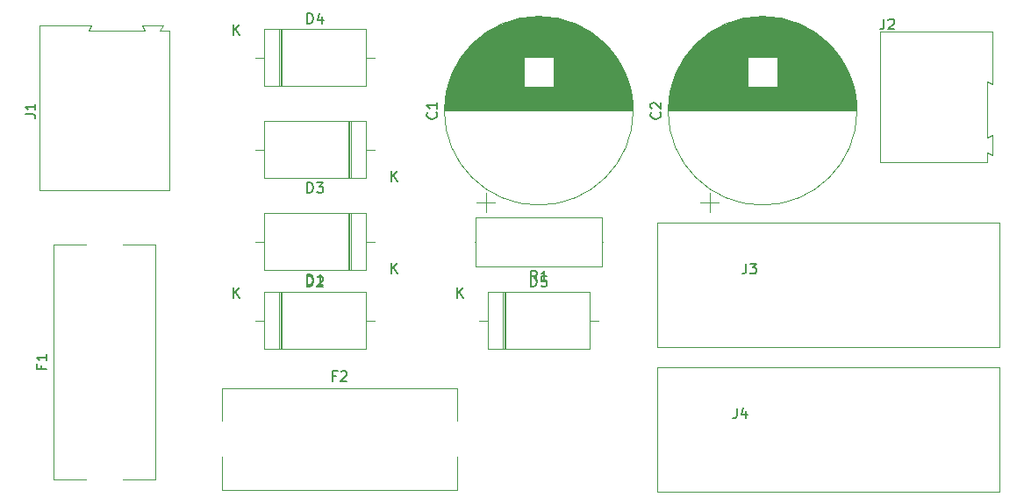
<source format=gbr>
%TF.GenerationSoftware,KiCad,Pcbnew,(5.1.7)-1*%
%TF.CreationDate,2020-10-14T23:46:55+02:00*%
%TF.ProjectId,rectifier,72656374-6966-4696-9572-2e6b69636164,rev?*%
%TF.SameCoordinates,Original*%
%TF.FileFunction,Legend,Top*%
%TF.FilePolarity,Positive*%
%FSLAX46Y46*%
G04 Gerber Fmt 4.6, Leading zero omitted, Abs format (unit mm)*
G04 Created by KiCad (PCBNEW (5.1.7)-1) date 2020-10-14 23:46:55*
%MOMM*%
%LPD*%
G01*
G04 APERTURE LIST*
%ADD10C,0.120000*%
%ADD11C,0.150000*%
G04 APERTURE END LIST*
D10*
%TO.C,J4*%
X73660000Y-59690000D02*
X106660000Y-59690000D01*
X106660000Y-59690000D02*
X106660000Y-47690000D01*
X73660000Y-47690000D02*
X106660000Y-47690000D01*
X73660000Y-59690000D02*
X73660000Y-47690000D01*
%TO.C,J3*%
X73660000Y-45720000D02*
X106660000Y-45720000D01*
X106660000Y-45720000D02*
X106660000Y-33720000D01*
X73660000Y-33720000D02*
X106660000Y-33720000D01*
X73660000Y-45720000D02*
X73660000Y-33720000D01*
%TO.C,C1*%
X71350000Y-22920000D02*
G75*
G03*
X71350000Y-22920000I-9120000J0D01*
G01*
X53149000Y-22920000D02*
X71311000Y-22920000D01*
X53150000Y-22880000D02*
X71310000Y-22880000D01*
X53150000Y-22840000D02*
X71310000Y-22840000D01*
X53150000Y-22800000D02*
X71310000Y-22800000D01*
X53151000Y-22760000D02*
X71309000Y-22760000D01*
X53152000Y-22720000D02*
X71308000Y-22720000D01*
X53153000Y-22680000D02*
X71307000Y-22680000D01*
X53154000Y-22640000D02*
X71306000Y-22640000D01*
X53155000Y-22600000D02*
X71305000Y-22600000D01*
X53157000Y-22560000D02*
X71303000Y-22560000D01*
X53158000Y-22520000D02*
X71302000Y-22520000D01*
X53160000Y-22480000D02*
X71300000Y-22480000D01*
X53162000Y-22440000D02*
X71298000Y-22440000D01*
X53164000Y-22400000D02*
X71296000Y-22400000D01*
X53167000Y-22360000D02*
X71293000Y-22360000D01*
X53169000Y-22320000D02*
X71291000Y-22320000D01*
X53172000Y-22280000D02*
X71288000Y-22280000D01*
X53175000Y-22240000D02*
X71285000Y-22240000D01*
X53178000Y-22199000D02*
X71282000Y-22199000D01*
X53181000Y-22159000D02*
X71279000Y-22159000D01*
X53185000Y-22119000D02*
X71275000Y-22119000D01*
X53188000Y-22079000D02*
X71272000Y-22079000D01*
X53192000Y-22039000D02*
X71268000Y-22039000D01*
X53196000Y-21999000D02*
X71264000Y-21999000D01*
X53200000Y-21959000D02*
X71260000Y-21959000D01*
X53204000Y-21919000D02*
X71256000Y-21919000D01*
X53209000Y-21879000D02*
X71251000Y-21879000D01*
X53214000Y-21839000D02*
X71246000Y-21839000D01*
X53219000Y-21799000D02*
X71241000Y-21799000D01*
X53224000Y-21759000D02*
X71236000Y-21759000D01*
X53229000Y-21719000D02*
X71231000Y-21719000D01*
X53234000Y-21679000D02*
X71226000Y-21679000D01*
X53240000Y-21639000D02*
X71220000Y-21639000D01*
X53246000Y-21599000D02*
X71214000Y-21599000D01*
X53251000Y-21559000D02*
X71209000Y-21559000D01*
X53258000Y-21519000D02*
X71202000Y-21519000D01*
X53264000Y-21479000D02*
X71196000Y-21479000D01*
X53270000Y-21439000D02*
X71190000Y-21439000D01*
X53277000Y-21399000D02*
X71183000Y-21399000D01*
X53284000Y-21359000D02*
X71176000Y-21359000D01*
X53291000Y-21319000D02*
X71169000Y-21319000D01*
X53298000Y-21279000D02*
X71162000Y-21279000D01*
X53306000Y-21239000D02*
X71154000Y-21239000D01*
X53313000Y-21199000D02*
X71147000Y-21199000D01*
X53321000Y-21159000D02*
X71139000Y-21159000D01*
X53329000Y-21119000D02*
X71131000Y-21119000D01*
X53337000Y-21079000D02*
X71123000Y-21079000D01*
X53345000Y-21039000D02*
X71115000Y-21039000D01*
X53354000Y-20999000D02*
X71106000Y-20999000D01*
X53363000Y-20959000D02*
X71097000Y-20959000D01*
X53372000Y-20919000D02*
X71088000Y-20919000D01*
X53381000Y-20879000D02*
X71079000Y-20879000D01*
X53390000Y-20839000D02*
X71070000Y-20839000D01*
X53399000Y-20799000D02*
X71061000Y-20799000D01*
X53409000Y-20759000D02*
X71051000Y-20759000D01*
X53419000Y-20719000D02*
X71041000Y-20719000D01*
X53429000Y-20679000D02*
X71031000Y-20679000D01*
X53439000Y-20639000D02*
X71021000Y-20639000D01*
X53450000Y-20599000D02*
X60790000Y-20599000D01*
X63670000Y-20599000D02*
X71010000Y-20599000D01*
X53460000Y-20559000D02*
X60790000Y-20559000D01*
X63670000Y-20559000D02*
X71000000Y-20559000D01*
X53471000Y-20519000D02*
X60790000Y-20519000D01*
X63670000Y-20519000D02*
X70989000Y-20519000D01*
X53482000Y-20479000D02*
X60790000Y-20479000D01*
X63670000Y-20479000D02*
X70978000Y-20479000D01*
X53493000Y-20439000D02*
X60790000Y-20439000D01*
X63670000Y-20439000D02*
X70967000Y-20439000D01*
X53505000Y-20399000D02*
X60790000Y-20399000D01*
X63670000Y-20399000D02*
X70955000Y-20399000D01*
X53516000Y-20359000D02*
X60790000Y-20359000D01*
X63670000Y-20359000D02*
X70944000Y-20359000D01*
X53528000Y-20319000D02*
X60790000Y-20319000D01*
X63670000Y-20319000D02*
X70932000Y-20319000D01*
X53540000Y-20279000D02*
X60790000Y-20279000D01*
X63670000Y-20279000D02*
X70920000Y-20279000D01*
X53552000Y-20239000D02*
X60790000Y-20239000D01*
X63670000Y-20239000D02*
X70908000Y-20239000D01*
X53565000Y-20199000D02*
X60790000Y-20199000D01*
X63670000Y-20199000D02*
X70895000Y-20199000D01*
X53577000Y-20159000D02*
X60790000Y-20159000D01*
X63670000Y-20159000D02*
X70883000Y-20159000D01*
X53590000Y-20119000D02*
X60790000Y-20119000D01*
X63670000Y-20119000D02*
X70870000Y-20119000D01*
X53603000Y-20079000D02*
X60790000Y-20079000D01*
X63670000Y-20079000D02*
X70857000Y-20079000D01*
X53616000Y-20039000D02*
X60790000Y-20039000D01*
X63670000Y-20039000D02*
X70844000Y-20039000D01*
X53630000Y-19999000D02*
X60790000Y-19999000D01*
X63670000Y-19999000D02*
X70830000Y-19999000D01*
X53643000Y-19959000D02*
X60790000Y-19959000D01*
X63670000Y-19959000D02*
X70817000Y-19959000D01*
X53657000Y-19919000D02*
X60790000Y-19919000D01*
X63670000Y-19919000D02*
X70803000Y-19919000D01*
X53671000Y-19879000D02*
X60790000Y-19879000D01*
X63670000Y-19879000D02*
X70789000Y-19879000D01*
X53685000Y-19839000D02*
X60790000Y-19839000D01*
X63670000Y-19839000D02*
X70775000Y-19839000D01*
X53700000Y-19799000D02*
X60790000Y-19799000D01*
X63670000Y-19799000D02*
X70760000Y-19799000D01*
X53714000Y-19759000D02*
X60790000Y-19759000D01*
X63670000Y-19759000D02*
X70746000Y-19759000D01*
X53729000Y-19719000D02*
X60790000Y-19719000D01*
X63670000Y-19719000D02*
X70731000Y-19719000D01*
X53744000Y-19679000D02*
X60790000Y-19679000D01*
X63670000Y-19679000D02*
X70716000Y-19679000D01*
X53760000Y-19639000D02*
X60790000Y-19639000D01*
X63670000Y-19639000D02*
X70700000Y-19639000D01*
X53775000Y-19599000D02*
X60790000Y-19599000D01*
X63670000Y-19599000D02*
X70685000Y-19599000D01*
X53791000Y-19559000D02*
X60790000Y-19559000D01*
X63670000Y-19559000D02*
X70669000Y-19559000D01*
X53807000Y-19519000D02*
X60790000Y-19519000D01*
X63670000Y-19519000D02*
X70653000Y-19519000D01*
X53823000Y-19479000D02*
X60790000Y-19479000D01*
X63670000Y-19479000D02*
X70637000Y-19479000D01*
X53840000Y-19439000D02*
X60790000Y-19439000D01*
X63670000Y-19439000D02*
X70620000Y-19439000D01*
X53856000Y-19399000D02*
X60790000Y-19399000D01*
X63670000Y-19399000D02*
X70604000Y-19399000D01*
X53873000Y-19359000D02*
X60790000Y-19359000D01*
X63670000Y-19359000D02*
X70587000Y-19359000D01*
X53890000Y-19319000D02*
X60790000Y-19319000D01*
X63670000Y-19319000D02*
X70570000Y-19319000D01*
X53907000Y-19279000D02*
X60790000Y-19279000D01*
X63670000Y-19279000D02*
X70553000Y-19279000D01*
X53925000Y-19239000D02*
X60790000Y-19239000D01*
X63670000Y-19239000D02*
X70535000Y-19239000D01*
X53943000Y-19199000D02*
X60790000Y-19199000D01*
X63670000Y-19199000D02*
X70517000Y-19199000D01*
X53961000Y-19159000D02*
X60790000Y-19159000D01*
X63670000Y-19159000D02*
X70499000Y-19159000D01*
X53979000Y-19119000D02*
X60790000Y-19119000D01*
X63670000Y-19119000D02*
X70481000Y-19119000D01*
X53997000Y-19079000D02*
X60790000Y-19079000D01*
X63670000Y-19079000D02*
X70463000Y-19079000D01*
X54016000Y-19039000D02*
X60790000Y-19039000D01*
X63670000Y-19039000D02*
X70444000Y-19039000D01*
X54035000Y-18999000D02*
X60790000Y-18999000D01*
X63670000Y-18999000D02*
X70425000Y-18999000D01*
X54054000Y-18959000D02*
X60790000Y-18959000D01*
X63670000Y-18959000D02*
X70406000Y-18959000D01*
X54074000Y-18919000D02*
X60790000Y-18919000D01*
X63670000Y-18919000D02*
X70386000Y-18919000D01*
X54093000Y-18879000D02*
X60790000Y-18879000D01*
X63670000Y-18879000D02*
X70367000Y-18879000D01*
X54113000Y-18839000D02*
X60790000Y-18839000D01*
X63670000Y-18839000D02*
X70347000Y-18839000D01*
X54133000Y-18799000D02*
X60790000Y-18799000D01*
X63670000Y-18799000D02*
X70327000Y-18799000D01*
X54154000Y-18759000D02*
X60790000Y-18759000D01*
X63670000Y-18759000D02*
X70306000Y-18759000D01*
X54174000Y-18719000D02*
X60790000Y-18719000D01*
X63670000Y-18719000D02*
X70286000Y-18719000D01*
X54195000Y-18679000D02*
X60790000Y-18679000D01*
X63670000Y-18679000D02*
X70265000Y-18679000D01*
X54216000Y-18639000D02*
X60790000Y-18639000D01*
X63670000Y-18639000D02*
X70244000Y-18639000D01*
X54238000Y-18599000D02*
X60790000Y-18599000D01*
X63670000Y-18599000D02*
X70222000Y-18599000D01*
X54259000Y-18559000D02*
X60790000Y-18559000D01*
X63670000Y-18559000D02*
X70201000Y-18559000D01*
X54281000Y-18519000D02*
X60790000Y-18519000D01*
X63670000Y-18519000D02*
X70179000Y-18519000D01*
X54303000Y-18479000D02*
X60790000Y-18479000D01*
X63670000Y-18479000D02*
X70157000Y-18479000D01*
X54326000Y-18439000D02*
X60790000Y-18439000D01*
X63670000Y-18439000D02*
X70134000Y-18439000D01*
X54348000Y-18399000D02*
X60790000Y-18399000D01*
X63670000Y-18399000D02*
X70112000Y-18399000D01*
X54371000Y-18359000D02*
X60790000Y-18359000D01*
X63670000Y-18359000D02*
X70089000Y-18359000D01*
X54395000Y-18319000D02*
X60790000Y-18319000D01*
X63670000Y-18319000D02*
X70065000Y-18319000D01*
X54418000Y-18279000D02*
X60790000Y-18279000D01*
X63670000Y-18279000D02*
X70042000Y-18279000D01*
X54442000Y-18239000D02*
X60790000Y-18239000D01*
X63670000Y-18239000D02*
X70018000Y-18239000D01*
X54466000Y-18199000D02*
X60790000Y-18199000D01*
X63670000Y-18199000D02*
X69994000Y-18199000D01*
X54490000Y-18159000D02*
X60790000Y-18159000D01*
X63670000Y-18159000D02*
X69970000Y-18159000D01*
X54515000Y-18119000D02*
X60790000Y-18119000D01*
X63670000Y-18119000D02*
X69945000Y-18119000D01*
X54540000Y-18079000D02*
X60790000Y-18079000D01*
X63670000Y-18079000D02*
X69920000Y-18079000D01*
X54565000Y-18039000D02*
X60790000Y-18039000D01*
X63670000Y-18039000D02*
X69895000Y-18039000D01*
X54590000Y-17999000D02*
X60790000Y-17999000D01*
X63670000Y-17999000D02*
X69870000Y-17999000D01*
X54616000Y-17959000D02*
X60790000Y-17959000D01*
X63670000Y-17959000D02*
X69844000Y-17959000D01*
X54642000Y-17919000D02*
X60790000Y-17919000D01*
X63670000Y-17919000D02*
X69818000Y-17919000D01*
X54669000Y-17879000D02*
X60790000Y-17879000D01*
X63670000Y-17879000D02*
X69791000Y-17879000D01*
X54695000Y-17839000D02*
X60790000Y-17839000D01*
X63670000Y-17839000D02*
X69765000Y-17839000D01*
X54722000Y-17799000D02*
X60790000Y-17799000D01*
X63670000Y-17799000D02*
X69738000Y-17799000D01*
X54750000Y-17759000D02*
X60790000Y-17759000D01*
X63670000Y-17759000D02*
X69710000Y-17759000D01*
X54777000Y-17719000D02*
X69683000Y-17719000D01*
X54805000Y-17679000D02*
X69655000Y-17679000D01*
X54833000Y-17639000D02*
X69627000Y-17639000D01*
X54862000Y-17599000D02*
X69598000Y-17599000D01*
X54891000Y-17559000D02*
X69569000Y-17559000D01*
X54920000Y-17519000D02*
X69540000Y-17519000D01*
X54950000Y-17479000D02*
X69510000Y-17479000D01*
X54980000Y-17439000D02*
X69480000Y-17439000D01*
X55010000Y-17399000D02*
X69450000Y-17399000D01*
X55040000Y-17359000D02*
X69420000Y-17359000D01*
X55071000Y-17319000D02*
X69389000Y-17319000D01*
X55103000Y-17279000D02*
X69357000Y-17279000D01*
X55134000Y-17239000D02*
X69326000Y-17239000D01*
X55166000Y-17199000D02*
X69294000Y-17199000D01*
X55199000Y-17159000D02*
X69261000Y-17159000D01*
X55231000Y-17119000D02*
X69229000Y-17119000D01*
X55265000Y-17079000D02*
X69195000Y-17079000D01*
X55298000Y-17039000D02*
X69162000Y-17039000D01*
X55332000Y-16999000D02*
X69128000Y-16999000D01*
X55366000Y-16959000D02*
X69094000Y-16959000D01*
X55401000Y-16919000D02*
X69059000Y-16919000D01*
X55436000Y-16879000D02*
X69024000Y-16879000D01*
X55472000Y-16839000D02*
X68988000Y-16839000D01*
X55508000Y-16799000D02*
X68952000Y-16799000D01*
X55544000Y-16759000D02*
X68916000Y-16759000D01*
X55581000Y-16719000D02*
X68879000Y-16719000D01*
X55618000Y-16679000D02*
X68842000Y-16679000D01*
X55656000Y-16639000D02*
X68804000Y-16639000D01*
X55694000Y-16599000D02*
X68766000Y-16599000D01*
X55733000Y-16559000D02*
X68727000Y-16559000D01*
X55772000Y-16519000D02*
X68688000Y-16519000D01*
X55812000Y-16479000D02*
X68648000Y-16479000D01*
X55852000Y-16439000D02*
X68608000Y-16439000D01*
X55893000Y-16399000D02*
X68567000Y-16399000D01*
X55934000Y-16359000D02*
X68526000Y-16359000D01*
X55976000Y-16319000D02*
X68484000Y-16319000D01*
X56018000Y-16279000D02*
X68442000Y-16279000D01*
X56060000Y-16239000D02*
X68400000Y-16239000D01*
X56104000Y-16199000D02*
X68356000Y-16199000D01*
X56148000Y-16159000D02*
X68312000Y-16159000D01*
X56192000Y-16119000D02*
X68268000Y-16119000D01*
X56237000Y-16079000D02*
X68223000Y-16079000D01*
X56283000Y-16039000D02*
X68177000Y-16039000D01*
X56329000Y-15999000D02*
X68131000Y-15999000D01*
X56376000Y-15959000D02*
X68084000Y-15959000D01*
X56424000Y-15919000D02*
X68036000Y-15919000D01*
X56472000Y-15879000D02*
X67988000Y-15879000D01*
X56521000Y-15839000D02*
X67939000Y-15839000D01*
X56570000Y-15799000D02*
X67890000Y-15799000D01*
X56621000Y-15759000D02*
X67839000Y-15759000D01*
X56672000Y-15719000D02*
X67788000Y-15719000D01*
X56724000Y-15679000D02*
X67736000Y-15679000D01*
X56776000Y-15639000D02*
X67684000Y-15639000D01*
X56830000Y-15599000D02*
X67630000Y-15599000D01*
X56884000Y-15559000D02*
X67576000Y-15559000D01*
X56939000Y-15519000D02*
X67521000Y-15519000D01*
X56995000Y-15479000D02*
X67465000Y-15479000D01*
X57052000Y-15439000D02*
X67408000Y-15439000D01*
X57110000Y-15399000D02*
X67350000Y-15399000D01*
X57168000Y-15359000D02*
X67292000Y-15359000D01*
X57228000Y-15319000D02*
X67232000Y-15319000D01*
X57289000Y-15279000D02*
X67171000Y-15279000D01*
X57351000Y-15239000D02*
X67109000Y-15239000D01*
X57414000Y-15199000D02*
X67046000Y-15199000D01*
X57478000Y-15159000D02*
X66982000Y-15159000D01*
X57544000Y-15119000D02*
X66916000Y-15119000D01*
X57610000Y-15079000D02*
X66850000Y-15079000D01*
X57678000Y-15039000D02*
X66782000Y-15039000D01*
X57748000Y-14999000D02*
X66712000Y-14999000D01*
X57818000Y-14959000D02*
X66642000Y-14959000D01*
X57891000Y-14919000D02*
X66569000Y-14919000D01*
X57965000Y-14879000D02*
X66495000Y-14879000D01*
X58040000Y-14839000D02*
X66420000Y-14839000D01*
X58117000Y-14799000D02*
X66343000Y-14799000D01*
X58197000Y-14759000D02*
X66263000Y-14759000D01*
X58278000Y-14720000D02*
X66182000Y-14720000D01*
X58361000Y-14680000D02*
X66099000Y-14680000D01*
X58446000Y-14640000D02*
X66014000Y-14640000D01*
X58534000Y-14600000D02*
X65926000Y-14600000D01*
X58625000Y-14560000D02*
X65835000Y-14560000D01*
X58718000Y-14520000D02*
X65742000Y-14520000D01*
X58814000Y-14480000D02*
X65646000Y-14480000D01*
X58913000Y-14440000D02*
X65547000Y-14440000D01*
X59016000Y-14400000D02*
X65444000Y-14400000D01*
X59123000Y-14360000D02*
X65337000Y-14360000D01*
X59234000Y-14320000D02*
X65226000Y-14320000D01*
X59350000Y-14280000D02*
X65110000Y-14280000D01*
X59471000Y-14240000D02*
X64989000Y-14240000D01*
X59598000Y-14200000D02*
X64862000Y-14200000D01*
X59732000Y-14160000D02*
X64728000Y-14160000D01*
X59875000Y-14120000D02*
X64585000Y-14120000D01*
X60027000Y-14080000D02*
X64433000Y-14080000D01*
X60191000Y-14040000D02*
X64269000Y-14040000D01*
X60370000Y-14000000D02*
X64090000Y-14000000D01*
X60569000Y-13960000D02*
X63891000Y-13960000D01*
X60795000Y-13920000D02*
X63665000Y-13920000D01*
X61064000Y-13880000D02*
X63396000Y-13880000D01*
X61416000Y-13840000D02*
X63044000Y-13840000D01*
X62190000Y-13800000D02*
X62270000Y-13800000D01*
X57115000Y-32679440D02*
X57115000Y-30879440D01*
X56215000Y-31779440D02*
X58015000Y-31779440D01*
%TO.C,C2*%
X77805000Y-31779440D02*
X79605000Y-31779440D01*
X78705000Y-32679440D02*
X78705000Y-30879440D01*
X83780000Y-13800000D02*
X83860000Y-13800000D01*
X83006000Y-13840000D02*
X84634000Y-13840000D01*
X82654000Y-13880000D02*
X84986000Y-13880000D01*
X82385000Y-13920000D02*
X85255000Y-13920000D01*
X82159000Y-13960000D02*
X85481000Y-13960000D01*
X81960000Y-14000000D02*
X85680000Y-14000000D01*
X81781000Y-14040000D02*
X85859000Y-14040000D01*
X81617000Y-14080000D02*
X86023000Y-14080000D01*
X81465000Y-14120000D02*
X86175000Y-14120000D01*
X81322000Y-14160000D02*
X86318000Y-14160000D01*
X81188000Y-14200000D02*
X86452000Y-14200000D01*
X81061000Y-14240000D02*
X86579000Y-14240000D01*
X80940000Y-14280000D02*
X86700000Y-14280000D01*
X80824000Y-14320000D02*
X86816000Y-14320000D01*
X80713000Y-14360000D02*
X86927000Y-14360000D01*
X80606000Y-14400000D02*
X87034000Y-14400000D01*
X80503000Y-14440000D02*
X87137000Y-14440000D01*
X80404000Y-14480000D02*
X87236000Y-14480000D01*
X80308000Y-14520000D02*
X87332000Y-14520000D01*
X80215000Y-14560000D02*
X87425000Y-14560000D01*
X80124000Y-14600000D02*
X87516000Y-14600000D01*
X80036000Y-14640000D02*
X87604000Y-14640000D01*
X79951000Y-14680000D02*
X87689000Y-14680000D01*
X79868000Y-14720000D02*
X87772000Y-14720000D01*
X79787000Y-14759000D02*
X87853000Y-14759000D01*
X79707000Y-14799000D02*
X87933000Y-14799000D01*
X79630000Y-14839000D02*
X88010000Y-14839000D01*
X79555000Y-14879000D02*
X88085000Y-14879000D01*
X79481000Y-14919000D02*
X88159000Y-14919000D01*
X79408000Y-14959000D02*
X88232000Y-14959000D01*
X79338000Y-14999000D02*
X88302000Y-14999000D01*
X79268000Y-15039000D02*
X88372000Y-15039000D01*
X79200000Y-15079000D02*
X88440000Y-15079000D01*
X79134000Y-15119000D02*
X88506000Y-15119000D01*
X79068000Y-15159000D02*
X88572000Y-15159000D01*
X79004000Y-15199000D02*
X88636000Y-15199000D01*
X78941000Y-15239000D02*
X88699000Y-15239000D01*
X78879000Y-15279000D02*
X88761000Y-15279000D01*
X78818000Y-15319000D02*
X88822000Y-15319000D01*
X78758000Y-15359000D02*
X88882000Y-15359000D01*
X78700000Y-15399000D02*
X88940000Y-15399000D01*
X78642000Y-15439000D02*
X88998000Y-15439000D01*
X78585000Y-15479000D02*
X89055000Y-15479000D01*
X78529000Y-15519000D02*
X89111000Y-15519000D01*
X78474000Y-15559000D02*
X89166000Y-15559000D01*
X78420000Y-15599000D02*
X89220000Y-15599000D01*
X78366000Y-15639000D02*
X89274000Y-15639000D01*
X78314000Y-15679000D02*
X89326000Y-15679000D01*
X78262000Y-15719000D02*
X89378000Y-15719000D01*
X78211000Y-15759000D02*
X89429000Y-15759000D01*
X78160000Y-15799000D02*
X89480000Y-15799000D01*
X78111000Y-15839000D02*
X89529000Y-15839000D01*
X78062000Y-15879000D02*
X89578000Y-15879000D01*
X78014000Y-15919000D02*
X89626000Y-15919000D01*
X77966000Y-15959000D02*
X89674000Y-15959000D01*
X77919000Y-15999000D02*
X89721000Y-15999000D01*
X77873000Y-16039000D02*
X89767000Y-16039000D01*
X77827000Y-16079000D02*
X89813000Y-16079000D01*
X77782000Y-16119000D02*
X89858000Y-16119000D01*
X77738000Y-16159000D02*
X89902000Y-16159000D01*
X77694000Y-16199000D02*
X89946000Y-16199000D01*
X77650000Y-16239000D02*
X89990000Y-16239000D01*
X77608000Y-16279000D02*
X90032000Y-16279000D01*
X77566000Y-16319000D02*
X90074000Y-16319000D01*
X77524000Y-16359000D02*
X90116000Y-16359000D01*
X77483000Y-16399000D02*
X90157000Y-16399000D01*
X77442000Y-16439000D02*
X90198000Y-16439000D01*
X77402000Y-16479000D02*
X90238000Y-16479000D01*
X77362000Y-16519000D02*
X90278000Y-16519000D01*
X77323000Y-16559000D02*
X90317000Y-16559000D01*
X77284000Y-16599000D02*
X90356000Y-16599000D01*
X77246000Y-16639000D02*
X90394000Y-16639000D01*
X77208000Y-16679000D02*
X90432000Y-16679000D01*
X77171000Y-16719000D02*
X90469000Y-16719000D01*
X77134000Y-16759000D02*
X90506000Y-16759000D01*
X77098000Y-16799000D02*
X90542000Y-16799000D01*
X77062000Y-16839000D02*
X90578000Y-16839000D01*
X77026000Y-16879000D02*
X90614000Y-16879000D01*
X76991000Y-16919000D02*
X90649000Y-16919000D01*
X76956000Y-16959000D02*
X90684000Y-16959000D01*
X76922000Y-16999000D02*
X90718000Y-16999000D01*
X76888000Y-17039000D02*
X90752000Y-17039000D01*
X76855000Y-17079000D02*
X90785000Y-17079000D01*
X76821000Y-17119000D02*
X90819000Y-17119000D01*
X76789000Y-17159000D02*
X90851000Y-17159000D01*
X76756000Y-17199000D02*
X90884000Y-17199000D01*
X76724000Y-17239000D02*
X90916000Y-17239000D01*
X76693000Y-17279000D02*
X90947000Y-17279000D01*
X76661000Y-17319000D02*
X90979000Y-17319000D01*
X76630000Y-17359000D02*
X91010000Y-17359000D01*
X76600000Y-17399000D02*
X91040000Y-17399000D01*
X76570000Y-17439000D02*
X91070000Y-17439000D01*
X76540000Y-17479000D02*
X91100000Y-17479000D01*
X76510000Y-17519000D02*
X91130000Y-17519000D01*
X76481000Y-17559000D02*
X91159000Y-17559000D01*
X76452000Y-17599000D02*
X91188000Y-17599000D01*
X76423000Y-17639000D02*
X91217000Y-17639000D01*
X76395000Y-17679000D02*
X91245000Y-17679000D01*
X76367000Y-17719000D02*
X91273000Y-17719000D01*
X85260000Y-17759000D02*
X91300000Y-17759000D01*
X76340000Y-17759000D02*
X82380000Y-17759000D01*
X85260000Y-17799000D02*
X91328000Y-17799000D01*
X76312000Y-17799000D02*
X82380000Y-17799000D01*
X85260000Y-17839000D02*
X91355000Y-17839000D01*
X76285000Y-17839000D02*
X82380000Y-17839000D01*
X85260000Y-17879000D02*
X91381000Y-17879000D01*
X76259000Y-17879000D02*
X82380000Y-17879000D01*
X85260000Y-17919000D02*
X91408000Y-17919000D01*
X76232000Y-17919000D02*
X82380000Y-17919000D01*
X85260000Y-17959000D02*
X91434000Y-17959000D01*
X76206000Y-17959000D02*
X82380000Y-17959000D01*
X85260000Y-17999000D02*
X91460000Y-17999000D01*
X76180000Y-17999000D02*
X82380000Y-17999000D01*
X85260000Y-18039000D02*
X91485000Y-18039000D01*
X76155000Y-18039000D02*
X82380000Y-18039000D01*
X85260000Y-18079000D02*
X91510000Y-18079000D01*
X76130000Y-18079000D02*
X82380000Y-18079000D01*
X85260000Y-18119000D02*
X91535000Y-18119000D01*
X76105000Y-18119000D02*
X82380000Y-18119000D01*
X85260000Y-18159000D02*
X91560000Y-18159000D01*
X76080000Y-18159000D02*
X82380000Y-18159000D01*
X85260000Y-18199000D02*
X91584000Y-18199000D01*
X76056000Y-18199000D02*
X82380000Y-18199000D01*
X85260000Y-18239000D02*
X91608000Y-18239000D01*
X76032000Y-18239000D02*
X82380000Y-18239000D01*
X85260000Y-18279000D02*
X91632000Y-18279000D01*
X76008000Y-18279000D02*
X82380000Y-18279000D01*
X85260000Y-18319000D02*
X91655000Y-18319000D01*
X75985000Y-18319000D02*
X82380000Y-18319000D01*
X85260000Y-18359000D02*
X91679000Y-18359000D01*
X75961000Y-18359000D02*
X82380000Y-18359000D01*
X85260000Y-18399000D02*
X91702000Y-18399000D01*
X75938000Y-18399000D02*
X82380000Y-18399000D01*
X85260000Y-18439000D02*
X91724000Y-18439000D01*
X75916000Y-18439000D02*
X82380000Y-18439000D01*
X85260000Y-18479000D02*
X91747000Y-18479000D01*
X75893000Y-18479000D02*
X82380000Y-18479000D01*
X85260000Y-18519000D02*
X91769000Y-18519000D01*
X75871000Y-18519000D02*
X82380000Y-18519000D01*
X85260000Y-18559000D02*
X91791000Y-18559000D01*
X75849000Y-18559000D02*
X82380000Y-18559000D01*
X85260000Y-18599000D02*
X91812000Y-18599000D01*
X75828000Y-18599000D02*
X82380000Y-18599000D01*
X85260000Y-18639000D02*
X91834000Y-18639000D01*
X75806000Y-18639000D02*
X82380000Y-18639000D01*
X85260000Y-18679000D02*
X91855000Y-18679000D01*
X75785000Y-18679000D02*
X82380000Y-18679000D01*
X85260000Y-18719000D02*
X91876000Y-18719000D01*
X75764000Y-18719000D02*
X82380000Y-18719000D01*
X85260000Y-18759000D02*
X91896000Y-18759000D01*
X75744000Y-18759000D02*
X82380000Y-18759000D01*
X85260000Y-18799000D02*
X91917000Y-18799000D01*
X75723000Y-18799000D02*
X82380000Y-18799000D01*
X85260000Y-18839000D02*
X91937000Y-18839000D01*
X75703000Y-18839000D02*
X82380000Y-18839000D01*
X85260000Y-18879000D02*
X91957000Y-18879000D01*
X75683000Y-18879000D02*
X82380000Y-18879000D01*
X85260000Y-18919000D02*
X91976000Y-18919000D01*
X75664000Y-18919000D02*
X82380000Y-18919000D01*
X85260000Y-18959000D02*
X91996000Y-18959000D01*
X75644000Y-18959000D02*
X82380000Y-18959000D01*
X85260000Y-18999000D02*
X92015000Y-18999000D01*
X75625000Y-18999000D02*
X82380000Y-18999000D01*
X85260000Y-19039000D02*
X92034000Y-19039000D01*
X75606000Y-19039000D02*
X82380000Y-19039000D01*
X85260000Y-19079000D02*
X92053000Y-19079000D01*
X75587000Y-19079000D02*
X82380000Y-19079000D01*
X85260000Y-19119000D02*
X92071000Y-19119000D01*
X75569000Y-19119000D02*
X82380000Y-19119000D01*
X85260000Y-19159000D02*
X92089000Y-19159000D01*
X75551000Y-19159000D02*
X82380000Y-19159000D01*
X85260000Y-19199000D02*
X92107000Y-19199000D01*
X75533000Y-19199000D02*
X82380000Y-19199000D01*
X85260000Y-19239000D02*
X92125000Y-19239000D01*
X75515000Y-19239000D02*
X82380000Y-19239000D01*
X85260000Y-19279000D02*
X92143000Y-19279000D01*
X75497000Y-19279000D02*
X82380000Y-19279000D01*
X85260000Y-19319000D02*
X92160000Y-19319000D01*
X75480000Y-19319000D02*
X82380000Y-19319000D01*
X85260000Y-19359000D02*
X92177000Y-19359000D01*
X75463000Y-19359000D02*
X82380000Y-19359000D01*
X85260000Y-19399000D02*
X92194000Y-19399000D01*
X75446000Y-19399000D02*
X82380000Y-19399000D01*
X85260000Y-19439000D02*
X92210000Y-19439000D01*
X75430000Y-19439000D02*
X82380000Y-19439000D01*
X85260000Y-19479000D02*
X92227000Y-19479000D01*
X75413000Y-19479000D02*
X82380000Y-19479000D01*
X85260000Y-19519000D02*
X92243000Y-19519000D01*
X75397000Y-19519000D02*
X82380000Y-19519000D01*
X85260000Y-19559000D02*
X92259000Y-19559000D01*
X75381000Y-19559000D02*
X82380000Y-19559000D01*
X85260000Y-19599000D02*
X92275000Y-19599000D01*
X75365000Y-19599000D02*
X82380000Y-19599000D01*
X85260000Y-19639000D02*
X92290000Y-19639000D01*
X75350000Y-19639000D02*
X82380000Y-19639000D01*
X85260000Y-19679000D02*
X92306000Y-19679000D01*
X75334000Y-19679000D02*
X82380000Y-19679000D01*
X85260000Y-19719000D02*
X92321000Y-19719000D01*
X75319000Y-19719000D02*
X82380000Y-19719000D01*
X85260000Y-19759000D02*
X92336000Y-19759000D01*
X75304000Y-19759000D02*
X82380000Y-19759000D01*
X85260000Y-19799000D02*
X92350000Y-19799000D01*
X75290000Y-19799000D02*
X82380000Y-19799000D01*
X85260000Y-19839000D02*
X92365000Y-19839000D01*
X75275000Y-19839000D02*
X82380000Y-19839000D01*
X85260000Y-19879000D02*
X92379000Y-19879000D01*
X75261000Y-19879000D02*
X82380000Y-19879000D01*
X85260000Y-19919000D02*
X92393000Y-19919000D01*
X75247000Y-19919000D02*
X82380000Y-19919000D01*
X85260000Y-19959000D02*
X92407000Y-19959000D01*
X75233000Y-19959000D02*
X82380000Y-19959000D01*
X85260000Y-19999000D02*
X92420000Y-19999000D01*
X75220000Y-19999000D02*
X82380000Y-19999000D01*
X85260000Y-20039000D02*
X92434000Y-20039000D01*
X75206000Y-20039000D02*
X82380000Y-20039000D01*
X85260000Y-20079000D02*
X92447000Y-20079000D01*
X75193000Y-20079000D02*
X82380000Y-20079000D01*
X85260000Y-20119000D02*
X92460000Y-20119000D01*
X75180000Y-20119000D02*
X82380000Y-20119000D01*
X85260000Y-20159000D02*
X92473000Y-20159000D01*
X75167000Y-20159000D02*
X82380000Y-20159000D01*
X85260000Y-20199000D02*
X92485000Y-20199000D01*
X75155000Y-20199000D02*
X82380000Y-20199000D01*
X85260000Y-20239000D02*
X92498000Y-20239000D01*
X75142000Y-20239000D02*
X82380000Y-20239000D01*
X85260000Y-20279000D02*
X92510000Y-20279000D01*
X75130000Y-20279000D02*
X82380000Y-20279000D01*
X85260000Y-20319000D02*
X92522000Y-20319000D01*
X75118000Y-20319000D02*
X82380000Y-20319000D01*
X85260000Y-20359000D02*
X92534000Y-20359000D01*
X75106000Y-20359000D02*
X82380000Y-20359000D01*
X85260000Y-20399000D02*
X92545000Y-20399000D01*
X75095000Y-20399000D02*
X82380000Y-20399000D01*
X85260000Y-20439000D02*
X92557000Y-20439000D01*
X75083000Y-20439000D02*
X82380000Y-20439000D01*
X85260000Y-20479000D02*
X92568000Y-20479000D01*
X75072000Y-20479000D02*
X82380000Y-20479000D01*
X85260000Y-20519000D02*
X92579000Y-20519000D01*
X75061000Y-20519000D02*
X82380000Y-20519000D01*
X85260000Y-20559000D02*
X92590000Y-20559000D01*
X75050000Y-20559000D02*
X82380000Y-20559000D01*
X85260000Y-20599000D02*
X92600000Y-20599000D01*
X75040000Y-20599000D02*
X82380000Y-20599000D01*
X75029000Y-20639000D02*
X92611000Y-20639000D01*
X75019000Y-20679000D02*
X92621000Y-20679000D01*
X75009000Y-20719000D02*
X92631000Y-20719000D01*
X74999000Y-20759000D02*
X92641000Y-20759000D01*
X74989000Y-20799000D02*
X92651000Y-20799000D01*
X74980000Y-20839000D02*
X92660000Y-20839000D01*
X74971000Y-20879000D02*
X92669000Y-20879000D01*
X74962000Y-20919000D02*
X92678000Y-20919000D01*
X74953000Y-20959000D02*
X92687000Y-20959000D01*
X74944000Y-20999000D02*
X92696000Y-20999000D01*
X74935000Y-21039000D02*
X92705000Y-21039000D01*
X74927000Y-21079000D02*
X92713000Y-21079000D01*
X74919000Y-21119000D02*
X92721000Y-21119000D01*
X74911000Y-21159000D02*
X92729000Y-21159000D01*
X74903000Y-21199000D02*
X92737000Y-21199000D01*
X74896000Y-21239000D02*
X92744000Y-21239000D01*
X74888000Y-21279000D02*
X92752000Y-21279000D01*
X74881000Y-21319000D02*
X92759000Y-21319000D01*
X74874000Y-21359000D02*
X92766000Y-21359000D01*
X74867000Y-21399000D02*
X92773000Y-21399000D01*
X74860000Y-21439000D02*
X92780000Y-21439000D01*
X74854000Y-21479000D02*
X92786000Y-21479000D01*
X74848000Y-21519000D02*
X92792000Y-21519000D01*
X74841000Y-21559000D02*
X92799000Y-21559000D01*
X74836000Y-21599000D02*
X92804000Y-21599000D01*
X74830000Y-21639000D02*
X92810000Y-21639000D01*
X74824000Y-21679000D02*
X92816000Y-21679000D01*
X74819000Y-21719000D02*
X92821000Y-21719000D01*
X74814000Y-21759000D02*
X92826000Y-21759000D01*
X74809000Y-21799000D02*
X92831000Y-21799000D01*
X74804000Y-21839000D02*
X92836000Y-21839000D01*
X74799000Y-21879000D02*
X92841000Y-21879000D01*
X74794000Y-21919000D02*
X92846000Y-21919000D01*
X74790000Y-21959000D02*
X92850000Y-21959000D01*
X74786000Y-21999000D02*
X92854000Y-21999000D01*
X74782000Y-22039000D02*
X92858000Y-22039000D01*
X74778000Y-22079000D02*
X92862000Y-22079000D01*
X74775000Y-22119000D02*
X92865000Y-22119000D01*
X74771000Y-22159000D02*
X92869000Y-22159000D01*
X74768000Y-22199000D02*
X92872000Y-22199000D01*
X74765000Y-22240000D02*
X92875000Y-22240000D01*
X74762000Y-22280000D02*
X92878000Y-22280000D01*
X74759000Y-22320000D02*
X92881000Y-22320000D01*
X74757000Y-22360000D02*
X92883000Y-22360000D01*
X74754000Y-22400000D02*
X92886000Y-22400000D01*
X74752000Y-22440000D02*
X92888000Y-22440000D01*
X74750000Y-22480000D02*
X92890000Y-22480000D01*
X74748000Y-22520000D02*
X92892000Y-22520000D01*
X74747000Y-22560000D02*
X92893000Y-22560000D01*
X74745000Y-22600000D02*
X92895000Y-22600000D01*
X74744000Y-22640000D02*
X92896000Y-22640000D01*
X74743000Y-22680000D02*
X92897000Y-22680000D01*
X74742000Y-22720000D02*
X92898000Y-22720000D01*
X74741000Y-22760000D02*
X92899000Y-22760000D01*
X74740000Y-22800000D02*
X92900000Y-22800000D01*
X74740000Y-22840000D02*
X92900000Y-22840000D01*
X74740000Y-22880000D02*
X92900000Y-22880000D01*
X74739000Y-22920000D02*
X92901000Y-22920000D01*
X92940000Y-22920000D02*
G75*
G03*
X92940000Y-22920000I-9120000J0D01*
G01*
%TO.C,D1*%
X44085000Y-38280000D02*
X44085000Y-32840000D01*
X43845000Y-38280000D02*
X43845000Y-32840000D01*
X43965000Y-38280000D02*
X43965000Y-32840000D01*
X34860000Y-35560000D02*
X35770000Y-35560000D01*
X46420000Y-35560000D02*
X45510000Y-35560000D01*
X35770000Y-38280000D02*
X45510000Y-38280000D01*
X35770000Y-32840000D02*
X35770000Y-38280000D01*
X45510000Y-32840000D02*
X35770000Y-32840000D01*
X45510000Y-38280000D02*
X45510000Y-32840000D01*
%TO.C,D2*%
X35770000Y-40460000D02*
X35770000Y-45900000D01*
X35770000Y-45900000D02*
X45510000Y-45900000D01*
X45510000Y-45900000D02*
X45510000Y-40460000D01*
X45510000Y-40460000D02*
X35770000Y-40460000D01*
X34860000Y-43180000D02*
X35770000Y-43180000D01*
X46420000Y-43180000D02*
X45510000Y-43180000D01*
X37315000Y-40460000D02*
X37315000Y-45900000D01*
X37435000Y-40460000D02*
X37435000Y-45900000D01*
X37195000Y-40460000D02*
X37195000Y-45900000D01*
%TO.C,D3*%
X44085000Y-29390000D02*
X44085000Y-23950000D01*
X43845000Y-29390000D02*
X43845000Y-23950000D01*
X43965000Y-29390000D02*
X43965000Y-23950000D01*
X34860000Y-26670000D02*
X35770000Y-26670000D01*
X46420000Y-26670000D02*
X45510000Y-26670000D01*
X35770000Y-29390000D02*
X45510000Y-29390000D01*
X35770000Y-23950000D02*
X35770000Y-29390000D01*
X45510000Y-23950000D02*
X35770000Y-23950000D01*
X45510000Y-29390000D02*
X45510000Y-23950000D01*
%TO.C,D4*%
X35770000Y-15060000D02*
X35770000Y-20500000D01*
X35770000Y-20500000D02*
X45510000Y-20500000D01*
X45510000Y-20500000D02*
X45510000Y-15060000D01*
X45510000Y-15060000D02*
X35770000Y-15060000D01*
X34860000Y-17780000D02*
X35770000Y-17780000D01*
X46420000Y-17780000D02*
X45510000Y-17780000D01*
X37315000Y-15060000D02*
X37315000Y-20500000D01*
X37435000Y-15060000D02*
X37435000Y-20500000D01*
X37195000Y-15060000D02*
X37195000Y-20500000D01*
%TO.C,D5*%
X57360000Y-40460000D02*
X57360000Y-45900000D01*
X57360000Y-45900000D02*
X67100000Y-45900000D01*
X67100000Y-45900000D02*
X67100000Y-40460000D01*
X67100000Y-40460000D02*
X57360000Y-40460000D01*
X56450000Y-43180000D02*
X57360000Y-43180000D01*
X68010000Y-43180000D02*
X67100000Y-43180000D01*
X58905000Y-40460000D02*
X58905000Y-45900000D01*
X59025000Y-40460000D02*
X59025000Y-45900000D01*
X58785000Y-40460000D02*
X58785000Y-45900000D01*
%TO.C,F1*%
X25230000Y-35810000D02*
X22070000Y-35810000D01*
X18570000Y-35810000D02*
X15410000Y-35810000D01*
X18570000Y-58530000D02*
X15410000Y-58530000D01*
X15410000Y-58530000D02*
X15410000Y-35810000D01*
X25230000Y-58530000D02*
X25230000Y-35810000D01*
X25230000Y-58530000D02*
X22070000Y-58530000D01*
%TO.C,F2*%
X31640000Y-59520000D02*
X31640000Y-56360000D01*
X31640000Y-59520000D02*
X54360000Y-59520000D01*
X31640000Y-49700000D02*
X54360000Y-49700000D01*
X31640000Y-52860000D02*
X31640000Y-49700000D01*
X54360000Y-52860000D02*
X54360000Y-49700000D01*
X54360000Y-59520000D02*
X54360000Y-56360000D01*
%TO.C,J1*%
X14020000Y-30590000D02*
X26620000Y-30590000D01*
X26620000Y-30590000D02*
X26620000Y-15190000D01*
X26620000Y-15190000D02*
X25670000Y-15190000D01*
X25670000Y-15190000D02*
X25970000Y-14690000D01*
X25970000Y-14690000D02*
X23970000Y-14690000D01*
X23970000Y-14690000D02*
X24220000Y-15190000D01*
X24220000Y-15190000D02*
X18820000Y-15190000D01*
X18820000Y-15190000D02*
X19070000Y-14690000D01*
X19070000Y-14690000D02*
X14020000Y-14690000D01*
X14020000Y-14690000D02*
X14020000Y-30590000D01*
%TO.C,J2*%
X95140000Y-15290000D02*
X95140000Y-27890000D01*
X95140000Y-27890000D02*
X105490000Y-27890000D01*
X105490000Y-27890000D02*
X105490000Y-26940000D01*
X105490000Y-26940000D02*
X105990000Y-27190000D01*
X105990000Y-27190000D02*
X105990000Y-25290000D01*
X105990000Y-25290000D02*
X105990000Y-25240000D01*
X105990000Y-25240000D02*
X105490000Y-25490000D01*
X105490000Y-25490000D02*
X105490000Y-20090000D01*
X105490000Y-20090000D02*
X105990000Y-20390000D01*
X105990000Y-20390000D02*
X105990000Y-15290000D01*
X105990000Y-15290000D02*
X95140000Y-15290000D01*
%TO.C,R1*%
X68300000Y-37930000D02*
X68300000Y-33190000D01*
X68300000Y-33190000D02*
X56160000Y-33190000D01*
X56160000Y-33190000D02*
X56160000Y-37930000D01*
X56160000Y-37930000D02*
X68300000Y-37930000D01*
X68410000Y-35560000D02*
X68300000Y-35560000D01*
X56050000Y-35560000D02*
X56160000Y-35560000D01*
%TO.C,J4*%
D11*
X81326666Y-51642380D02*
X81326666Y-52356666D01*
X81279047Y-52499523D01*
X81183809Y-52594761D01*
X81040952Y-52642380D01*
X80945714Y-52642380D01*
X82231428Y-51975714D02*
X82231428Y-52642380D01*
X81993333Y-51594761D02*
X81755238Y-52309047D01*
X82374285Y-52309047D01*
%TO.C,J3*%
X82216666Y-37672380D02*
X82216666Y-38386666D01*
X82169047Y-38529523D01*
X82073809Y-38624761D01*
X81930952Y-38672380D01*
X81835714Y-38672380D01*
X82597619Y-37672380D02*
X83216666Y-37672380D01*
X82883333Y-38053333D01*
X83026190Y-38053333D01*
X83121428Y-38100952D01*
X83169047Y-38148571D01*
X83216666Y-38243809D01*
X83216666Y-38481904D01*
X83169047Y-38577142D01*
X83121428Y-38624761D01*
X83026190Y-38672380D01*
X82740476Y-38672380D01*
X82645238Y-38624761D01*
X82597619Y-38577142D01*
%TO.C,C1*%
X52337142Y-23086666D02*
X52384761Y-23134285D01*
X52432380Y-23277142D01*
X52432380Y-23372380D01*
X52384761Y-23515238D01*
X52289523Y-23610476D01*
X52194285Y-23658095D01*
X52003809Y-23705714D01*
X51860952Y-23705714D01*
X51670476Y-23658095D01*
X51575238Y-23610476D01*
X51480000Y-23515238D01*
X51432380Y-23372380D01*
X51432380Y-23277142D01*
X51480000Y-23134285D01*
X51527619Y-23086666D01*
X52432380Y-22134285D02*
X52432380Y-22705714D01*
X52432380Y-22420000D02*
X51432380Y-22420000D01*
X51575238Y-22515238D01*
X51670476Y-22610476D01*
X51718095Y-22705714D01*
%TO.C,C2*%
X73927142Y-23086666D02*
X73974761Y-23134285D01*
X74022380Y-23277142D01*
X74022380Y-23372380D01*
X73974761Y-23515238D01*
X73879523Y-23610476D01*
X73784285Y-23658095D01*
X73593809Y-23705714D01*
X73450952Y-23705714D01*
X73260476Y-23658095D01*
X73165238Y-23610476D01*
X73070000Y-23515238D01*
X73022380Y-23372380D01*
X73022380Y-23277142D01*
X73070000Y-23134285D01*
X73117619Y-23086666D01*
X73117619Y-22705714D02*
X73070000Y-22658095D01*
X73022380Y-22562857D01*
X73022380Y-22324761D01*
X73070000Y-22229523D01*
X73117619Y-22181904D01*
X73212857Y-22134285D01*
X73308095Y-22134285D01*
X73450952Y-22181904D01*
X74022380Y-22753333D01*
X74022380Y-22134285D01*
%TO.C,D1*%
X39901904Y-39732380D02*
X39901904Y-38732380D01*
X40140000Y-38732380D01*
X40282857Y-38780000D01*
X40378095Y-38875238D01*
X40425714Y-38970476D01*
X40473333Y-39160952D01*
X40473333Y-39303809D01*
X40425714Y-39494285D01*
X40378095Y-39589523D01*
X40282857Y-39684761D01*
X40140000Y-39732380D01*
X39901904Y-39732380D01*
X41425714Y-39732380D02*
X40854285Y-39732380D01*
X41140000Y-39732380D02*
X41140000Y-38732380D01*
X41044761Y-38875238D01*
X40949523Y-38970476D01*
X40854285Y-39018095D01*
X47998095Y-38612380D02*
X47998095Y-37612380D01*
X48569523Y-38612380D02*
X48140952Y-38040952D01*
X48569523Y-37612380D02*
X47998095Y-38183809D01*
%TO.C,D2*%
X39901904Y-39912380D02*
X39901904Y-38912380D01*
X40140000Y-38912380D01*
X40282857Y-38960000D01*
X40378095Y-39055238D01*
X40425714Y-39150476D01*
X40473333Y-39340952D01*
X40473333Y-39483809D01*
X40425714Y-39674285D01*
X40378095Y-39769523D01*
X40282857Y-39864761D01*
X40140000Y-39912380D01*
X39901904Y-39912380D01*
X40854285Y-39007619D02*
X40901904Y-38960000D01*
X40997142Y-38912380D01*
X41235238Y-38912380D01*
X41330476Y-38960000D01*
X41378095Y-39007619D01*
X41425714Y-39102857D01*
X41425714Y-39198095D01*
X41378095Y-39340952D01*
X40806666Y-39912380D01*
X41425714Y-39912380D01*
X32758095Y-41032380D02*
X32758095Y-40032380D01*
X33329523Y-41032380D02*
X32900952Y-40460952D01*
X33329523Y-40032380D02*
X32758095Y-40603809D01*
%TO.C,D3*%
X39901904Y-30842380D02*
X39901904Y-29842380D01*
X40140000Y-29842380D01*
X40282857Y-29890000D01*
X40378095Y-29985238D01*
X40425714Y-30080476D01*
X40473333Y-30270952D01*
X40473333Y-30413809D01*
X40425714Y-30604285D01*
X40378095Y-30699523D01*
X40282857Y-30794761D01*
X40140000Y-30842380D01*
X39901904Y-30842380D01*
X40806666Y-29842380D02*
X41425714Y-29842380D01*
X41092380Y-30223333D01*
X41235238Y-30223333D01*
X41330476Y-30270952D01*
X41378095Y-30318571D01*
X41425714Y-30413809D01*
X41425714Y-30651904D01*
X41378095Y-30747142D01*
X41330476Y-30794761D01*
X41235238Y-30842380D01*
X40949523Y-30842380D01*
X40854285Y-30794761D01*
X40806666Y-30747142D01*
X47998095Y-29722380D02*
X47998095Y-28722380D01*
X48569523Y-29722380D02*
X48140952Y-29150952D01*
X48569523Y-28722380D02*
X47998095Y-29293809D01*
%TO.C,D4*%
X39901904Y-14512380D02*
X39901904Y-13512380D01*
X40140000Y-13512380D01*
X40282857Y-13560000D01*
X40378095Y-13655238D01*
X40425714Y-13750476D01*
X40473333Y-13940952D01*
X40473333Y-14083809D01*
X40425714Y-14274285D01*
X40378095Y-14369523D01*
X40282857Y-14464761D01*
X40140000Y-14512380D01*
X39901904Y-14512380D01*
X41330476Y-13845714D02*
X41330476Y-14512380D01*
X41092380Y-13464761D02*
X40854285Y-14179047D01*
X41473333Y-14179047D01*
X32758095Y-15632380D02*
X32758095Y-14632380D01*
X33329523Y-15632380D02*
X32900952Y-15060952D01*
X33329523Y-14632380D02*
X32758095Y-15203809D01*
%TO.C,D5*%
X61491904Y-39912380D02*
X61491904Y-38912380D01*
X61730000Y-38912380D01*
X61872857Y-38960000D01*
X61968095Y-39055238D01*
X62015714Y-39150476D01*
X62063333Y-39340952D01*
X62063333Y-39483809D01*
X62015714Y-39674285D01*
X61968095Y-39769523D01*
X61872857Y-39864761D01*
X61730000Y-39912380D01*
X61491904Y-39912380D01*
X62968095Y-38912380D02*
X62491904Y-38912380D01*
X62444285Y-39388571D01*
X62491904Y-39340952D01*
X62587142Y-39293333D01*
X62825238Y-39293333D01*
X62920476Y-39340952D01*
X62968095Y-39388571D01*
X63015714Y-39483809D01*
X63015714Y-39721904D01*
X62968095Y-39817142D01*
X62920476Y-39864761D01*
X62825238Y-39912380D01*
X62587142Y-39912380D01*
X62491904Y-39864761D01*
X62444285Y-39817142D01*
X54348095Y-41032380D02*
X54348095Y-40032380D01*
X54919523Y-41032380D02*
X54490952Y-40460952D01*
X54919523Y-40032380D02*
X54348095Y-40603809D01*
%TO.C,F1*%
X14248571Y-47503333D02*
X14248571Y-47836666D01*
X14772380Y-47836666D02*
X13772380Y-47836666D01*
X13772380Y-47360476D01*
X14772380Y-46455714D02*
X14772380Y-47027142D01*
X14772380Y-46741428D02*
X13772380Y-46741428D01*
X13915238Y-46836666D01*
X14010476Y-46931904D01*
X14058095Y-47027142D01*
%TO.C,F2*%
X42666666Y-48538571D02*
X42333333Y-48538571D01*
X42333333Y-49062380D02*
X42333333Y-48062380D01*
X42809523Y-48062380D01*
X43142857Y-48157619D02*
X43190476Y-48110000D01*
X43285714Y-48062380D01*
X43523809Y-48062380D01*
X43619047Y-48110000D01*
X43666666Y-48157619D01*
X43714285Y-48252857D01*
X43714285Y-48348095D01*
X43666666Y-48490952D01*
X43095238Y-49062380D01*
X43714285Y-49062380D01*
%TO.C,J1*%
X12672380Y-23273333D02*
X13386666Y-23273333D01*
X13529523Y-23320952D01*
X13624761Y-23416190D01*
X13672380Y-23559047D01*
X13672380Y-23654285D01*
X13672380Y-22273333D02*
X13672380Y-22844761D01*
X13672380Y-22559047D02*
X12672380Y-22559047D01*
X12815238Y-22654285D01*
X12910476Y-22749523D01*
X12958095Y-22844761D01*
%TO.C,J2*%
X95536666Y-14052380D02*
X95536666Y-14766666D01*
X95489047Y-14909523D01*
X95393809Y-15004761D01*
X95250952Y-15052380D01*
X95155714Y-15052380D01*
X95965238Y-14147619D02*
X96012857Y-14100000D01*
X96108095Y-14052380D01*
X96346190Y-14052380D01*
X96441428Y-14100000D01*
X96489047Y-14147619D01*
X96536666Y-14242857D01*
X96536666Y-14338095D01*
X96489047Y-14480952D01*
X95917619Y-15052380D01*
X96536666Y-15052380D01*
%TO.C,R1*%
X62063333Y-39382380D02*
X61730000Y-38906190D01*
X61491904Y-39382380D02*
X61491904Y-38382380D01*
X61872857Y-38382380D01*
X61968095Y-38430000D01*
X62015714Y-38477619D01*
X62063333Y-38572857D01*
X62063333Y-38715714D01*
X62015714Y-38810952D01*
X61968095Y-38858571D01*
X61872857Y-38906190D01*
X61491904Y-38906190D01*
X63015714Y-39382380D02*
X62444285Y-39382380D01*
X62730000Y-39382380D02*
X62730000Y-38382380D01*
X62634761Y-38525238D01*
X62539523Y-38620476D01*
X62444285Y-38668095D01*
%TD*%
M02*

</source>
